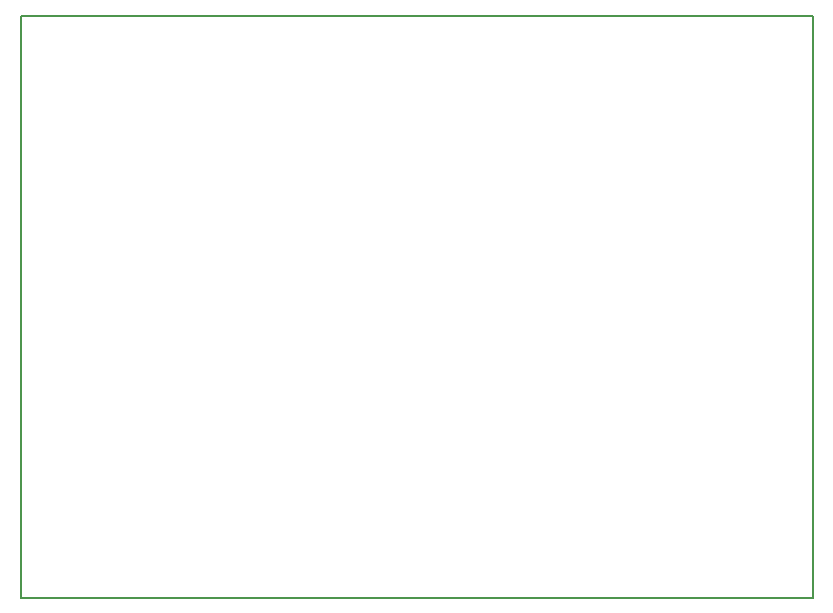
<source format=gm1>
G04 #@! TF.GenerationSoftware,KiCad,Pcbnew,5.1.6-c6e7f7d~87~ubuntu20.04.1*
G04 #@! TF.CreationDate,2020-07-23T13:09:22+02:00*
G04 #@! TF.ProjectId,lotusble,6c6f7475-7362-46c6-952e-6b696361645f,rev?*
G04 #@! TF.SameCoordinates,Original*
G04 #@! TF.FileFunction,Profile,NP*
%FSLAX46Y46*%
G04 Gerber Fmt 4.6, Leading zero omitted, Abs format (unit mm)*
G04 Created by KiCad (PCBNEW 5.1.6-c6e7f7d~87~ubuntu20.04.1) date 2020-07-23 13:09:22*
%MOMM*%
%LPD*%
G01*
G04 APERTURE LIST*
G04 #@! TA.AperFunction,Profile*
%ADD10C,0.150000*%
G04 #@! TD*
G04 APERTURE END LIST*
D10*
X38354000Y-77724000D02*
X105410000Y-77724000D01*
X38354000Y-77724000D02*
X38354000Y-127000000D01*
X105410000Y-127000000D02*
X38354000Y-127000000D01*
X105410000Y-77724000D02*
X105410000Y-127000000D01*
M02*

</source>
